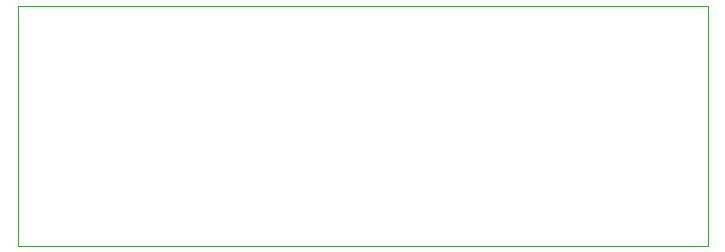
<source format=gko>
G04*
G04 #@! TF.GenerationSoftware,Altium Limited,Altium Designer,20.2.6 (244)*
G04*
G04 Layer_Color=16711935*
%FSLAX25Y25*%
%MOIN*%
G70*
G04*
G04 #@! TF.SameCoordinates,16F8584A-9F4C-4420-89FF-FEA793B533B6*
G04*
G04*
G04 #@! TF.FilePolarity,Positive*
G04*
G01*
G75*
%ADD93C,0.00200*%
D93*
X415000Y277500D02*
X645000D01*
X415000D02*
Y357500D01*
X645000Y277500D02*
Y357500D01*
X415000D02*
X645000D01*
M02*

</source>
